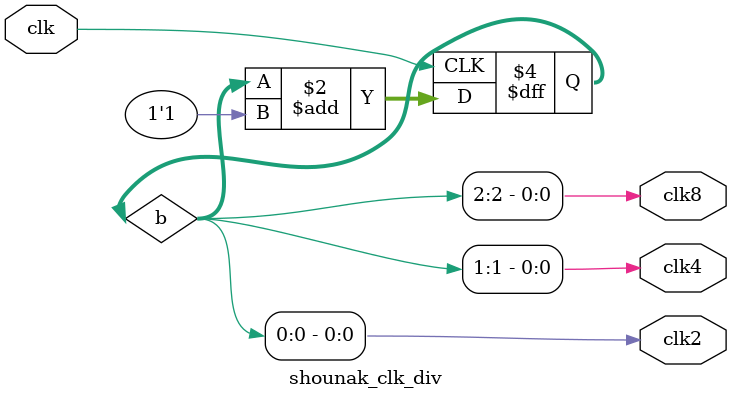
<source format=v>
module shounak_clk_div(input clk, output clk2,clk4,clk8);
reg [2:0]b=3'b000;

always @ (posedge clk)   
begin
    b=b+1'b1;
end
assign clk2=b[0];
assign clk4=b[1];
assign clk8=b[2];

endmodule
</source>
